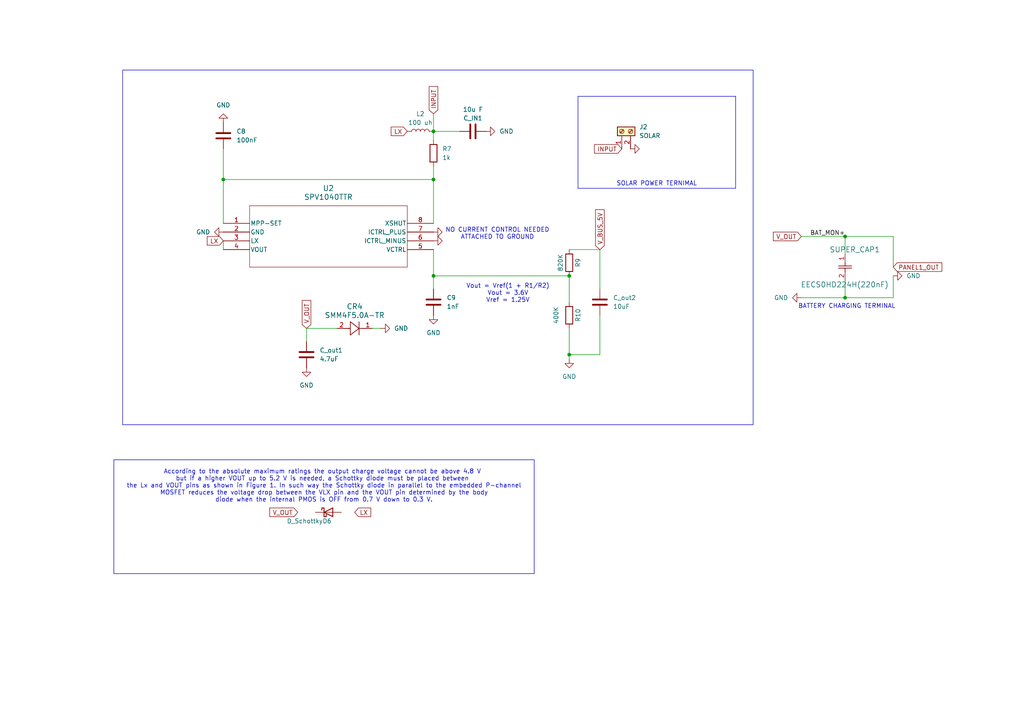
<source format=kicad_sch>
(kicad_sch (version 20231120) (generator "eeschema") (generator_version "8.0")
  (paper "A4")
  (title_block (title "SOLAR CHARGER") (date "V1") (company "TEAM ANANT") (comment 1 "BITS PILANI"))
  (lib_symbols
    (symbol "2024-06-07_14-27-39:SPV1040TTR" (pin_names (offset 0.254))
      (property "Reference" "U" (at 30.48 10.16 0))
      (property "Value" "SPV1040TTR" (at 30.48 7.62 0))
      (symbol "SPV1040TTR_0_1"
        (polyline (pts (xy 7.62 -12.7) (xy 53.34 -12.7)) (stroke (width 0.127)))
        (polyline (pts (xy 7.62 5.08) (xy 7.62 -12.7)) (stroke (width 0.127)))
        (polyline (pts (xy 53.34 -12.7) (xy 53.34 5.08)) (stroke (width 0.127)))
        (polyline (pts (xy 53.34 5.08) (xy 7.62 5.08)) (stroke (width 0.127)))
        (pin unspecified line (at 0 0 0) (length 7.62) (name "MPP-SET") (number "1"))
        (pin power_out line (at 0 -2.54 0) (length 7.62) (name "GND") (number "2"))
        (pin unspecified line (at 0 -5.08 0) (length 7.62) (name "LX") (number "3"))
        (pin output line (at 0 -7.62 0) (length 7.62) (name "VOUT") (number "4"))
        (pin unspecified line (at 60.96 -7.62 180) (length 7.62) (name "VCTRL") (number "5"))
        (pin unspecified line (at 60.96 -5.08 180) (length 7.62) (name "ICTRL_MINUS") (number "6"))
        (pin unspecified line (at 60.96 -2.54 180) (length 7.62) (name "ICTRL_PLUS") (number "7"))
        (pin unspecified line (at 60.96 0 180) (length 7.62) (name "XSHUT") (number "8"))
      )
    )
    (symbol "2024-06-08_06-57-05:super_capacitor" (pin_names (offset 0.254))
      (property "Reference" "SUPER_CAPACITOR" (at -1.27 10.16 90))
      (property "Value" "EECS0HD224H" (at 7.62 7.62 90))
      (symbol "super_capacitor_1_1"
        (polyline (pts (xy 2.54 0) (xy 3.4798 0)) (stroke (width 0.2032)))
        (polyline (pts (xy 3.4798 -1.905) (xy 3.4798 1.905)) (stroke (width 0.2032)))
        (polyline (pts (xy 4.1148 -1.905) (xy 4.1148 1.905)) (stroke (width 0.2032)))
        (polyline (pts (xy 4.1148 0) (xy 5.08 0)) (stroke (width 0.2032)))
        (pin passive line (at 0 0 0) (length 2.54) (name "") (number "1"))
        (pin passive line (at 7.62 0 180) (length 2.54) (name "") (number "2"))
      )
      (symbol "super_capacitor_1_2"
        (polyline (pts (xy -1.905 -4.1148) (xy 1.905 -4.1148)) (stroke (width 0.2032)))
        (polyline (pts (xy -1.905 -3.4798) (xy 1.905 -3.4798)) (stroke (width 0.2032)))
        (polyline (pts (xy 0 -4.1148) (xy 0 -5.08)) (stroke (width 0.2032)))
        (polyline (pts (xy 0 -2.54) (xy 0 -3.4798)) (stroke (width 0.2032)))
        (pin unspecified line (at 0 0 270) (length 2.54) (name "") (number "1"))
        (pin unspecified line (at 0 -7.62 90) (length 2.54) (name "") (number "2"))
      )
    )
    (symbol "Connector:Screw_Terminal_01x02" (pin_names (offset 1.016) hide)
      (property "Reference" "J" (at 0 2.54 0))
      (property "Value" "Screw_Terminal_01x02" (at 0 -5.08 0))
      (symbol "Screw_Terminal_01x02_1_1"
        (rectangle (start -1.27 1.27) (end 1.27 -3.81) (stroke (width 0.254)) (fill (type background)))
        (circle (center 0 -2.54) (radius 0.635) (stroke (width 0.1524)))
        (polyline (pts (xy -0.5334 -2.2098) (xy 0.3302 -3.048)) (stroke (width 0.1524)))
        (polyline (pts (xy -0.5334 0.3302) (xy 0.3302 -0.508)) (stroke (width 0.1524)))
        (polyline (pts (xy -0.3556 -2.032) (xy 0.508 -2.8702)) (stroke (width 0.1524)))
        (polyline (pts (xy -0.3556 0.508) (xy 0.508 -0.3302)) (stroke (width 0.1524)))
        (circle (center 0 0) (radius 0.635) (stroke (width 0.1524)))
        (pin passive line (at -5.08 0 0) (length 3.81) (name "Pin_1") (number "1"))
        (pin passive line (at -5.08 -2.54 0) (length 3.81) (name "Pin_2") (number "2"))
      )
    )
    (symbol "Device:C" (pin_numbers hide) (pin_names (offset 0.254))
      (property "Reference" "C" (at 0.635 2.54 0))
      (property "Value" "C" (at 0.635 -2.54 0))
      (symbol "C_0_1"
        (polyline (pts (xy -2.032 -0.762) (xy 2.032 -0.762)) (stroke (width 0.508)))
        (polyline (pts (xy -2.032 0.762) (xy 2.032 0.762)) (stroke (width 0.508)))
      )
      (symbol "C_1_1"
        (pin passive line (at 0 3.81 270) (length 2.794) (name "~") (number "1"))
        (pin passive line (at 0 -3.81 90) (length 2.794) (name "~") (number "2"))
      )
    )
    (symbol "Device:D_Schottky" (pin_numbers hide) (pin_names (offset 1.016) hide)
      (property "Reference" "D" (at 0 2.54 0))
      (property "Value" "D_Schottky" (at 0 -2.54 0))
      (symbol "D_Schottky_0_1"
        (polyline (pts (xy 1.27 0) (xy -1.27 0)))
        (polyline (pts (xy 1.27 1.27) (xy 1.27 -1.27) (xy -1.27 0) (xy 1.27 1.27)) (stroke (width 0.254)))
        (polyline (pts (xy -1.905 0.635) (xy -1.905 1.27) (xy -1.27 1.27) (xy -1.27 -1.27) (xy -0.635 -1.27) (xy -0.635 -0.635)) (stroke (width 0.254)))
      )
      (symbol "D_Schottky_1_1"
        (pin passive line (at -3.81 0 0) (length 2.54) (name "K") (number "1"))
        (pin passive line (at 3.81 0 180) (length 2.54) (name "A") (number "2"))
      )
    )
    (symbol "Device:L" (pin_numbers hide) (pin_names (offset 1.016) hide)
      (property "Reference" "L" (at -1.27 0 90))
      (property "Value" "L" (at 1.905 0 90))
      (symbol "L_0_1"
        (arc (start 0 -2.54) (mid 0.6323 -1.905) (end 0 -1.27))
        (arc (start 0 -1.27) (mid 0.6323 -0.635) (end 0 0))
        (arc (start 0 0) (mid 0.6323 0.635) (end 0 1.27))
        (arc (start 0 1.27) (mid 0.6323 1.905) (end 0 2.54))
      )
      (symbol "L_1_1"
        (pin passive line (at 0 3.81 270) (length 1.27) (name "1") (number "1"))
        (pin passive line (at 0 -3.81 90) (length 1.27) (name "2") (number "2"))
      )
    )
    (symbol "Device:R" (pin_numbers hide) (pin_names (offset 0))
      (property "Reference" "R" (at 2.032 0 90))
      (property "Value" "R" (at 0 0 90))
      (symbol "R_0_1"
        (rectangle (start -1.016 -2.54) (end 1.016 2.54) (stroke (width 0.254)))
      )
      (symbol "R_1_1"
        (pin passive line (at 0 3.81 270) (length 1.27) (name "~") (number "1"))
        (pin passive line (at 0 -3.81 90) (length 1.27) (name "~") (number "2"))
      )
    )
    (symbol "SMM4F5:SMM4F5.0A-TR" (pin_names (offset 0.254))
      (property "Reference" "CR" (at 5.08 4.445 0))
      (property "Value" "SMM4F5.0A-TR" (at 5.08 -3.81 0))
      (symbol "SMM4F5.0A-TR_0_1"
        (polyline (pts (xy 2.54 0) (xy 3.4798 0)) (stroke (width 0.2032)))
        (polyline (pts (xy 3.175 0) (xy 3.81 0)) (stroke (width 0.2032)))
        (polyline (pts (xy 3.81 -1.905) (xy 6.35 0)) (stroke (width 0.2032)))
        (polyline (pts (xy 3.81 1.905) (xy 3.81 -1.905)) (stroke (width 0.2032)))
        (polyline (pts (xy 6.35 -1.905) (xy 6.35 1.905)) (stroke (width 0.2032)))
        (polyline (pts (xy 6.35 0) (xy 3.81 1.905)) (stroke (width 0.2032)))
        (polyline (pts (xy 6.35 0) (xy 7.62 0)) (stroke (width 0.2032)))
        (pin unspecified line (at 10.16 0 180) (length 2.54) (name "") (number "1"))
        (pin unspecified line (at 0 0 0) (length 2.54) (name "") (number "2"))
      )
    )
    (symbol "power:GND" (power) (pin_numbers hide) (pin_names (offset 0) hide)
      (property "Value" "GND" (at 0 -3.81 0))
      (symbol "GND_0_1"
        (polyline (pts (xy 0 0) (xy 0 -1.27) (xy 1.27 -1.27) (xy 0 -2.54) (xy -1.27 -1.27) (xy 0 -1.27)))
      )
      (symbol "GND_1_1"
        (pin power_in line (at 0 0 270) (length 0) (name "~") (number "1"))
      )
    )
  )
  (junction (at 125.73 80.01))
  (junction (at 165.1 80.01))
  (junction (at 245.11 86.36))
  (junction (at 245.11 68.58))
  (junction (at 64.77 52.07))
  (junction (at 125.73 38.1))
  (junction (at 165.1 102.87))
  (junction (at 125.73 52.07))
  (wire (pts (xy 245.11 86.36) (xy 259.08 86.36)))
  (wire (pts (xy 125.73 52.07) (xy 64.77 52.07)))
  (wire (pts (xy 232.41 68.58) (xy 245.11 68.58)))
  (wire (pts (xy 259.08 80.01) (xy 259.08 86.36)))
  (wire (pts (xy 165.1 102.87) (xy 173.99 102.87)))
  (wire (pts (xy 245.11 81.28) (xy 245.11 86.36)))
  (wire (pts (xy 165.1 72.39) (xy 173.99 72.39)))
  (polyline (pts (xy 213.36 54.61) (xy 213.36 27.94)))
  (wire (pts (xy 125.73 80.01) (xy 125.73 83.82)))
  (wire (pts (xy 125.73 38.1) (xy 133.35 38.1)))
  (wire (pts (xy 245.11 73.66) (xy 245.11 68.58)))
  (wire (pts (xy 259.08 68.58) (xy 259.08 77.47)))
  (polyline (pts (xy 167.64 27.94) (xy 167.64 54.61)))
  (wire (pts (xy 165.1 95.25) (xy 165.1 102.87)))
  (wire (pts (xy 173.99 91.44) (xy 173.99 102.87)))
  (wire (pts (xy 232.41 86.36) (xy 245.11 86.36)))
  (wire (pts (xy 125.73 33.02) (xy 125.73 38.1)))
  (wire (pts (xy 125.73 38.1) (xy 125.73 40.64)))
  (wire (pts (xy 88.9 95.25) (xy 88.9 99.06)))
  (wire (pts (xy 165.1 80.01) (xy 165.1 87.63)))
  (wire (pts (xy 125.73 72.39) (xy 125.73 80.01)))
  (wire (pts (xy 173.99 72.39) (xy 173.99 83.82)))
  (polyline (pts (xy 167.64 54.61) (xy 213.36 54.61)))
  (polyline (pts (xy 167.64 27.94) (xy 213.36 27.94)))
  (wire (pts (xy 110.49 95.25) (xy 107.95 95.25)))
  (wire (pts (xy 125.73 52.07) (xy 125.73 64.77)))
  (wire (pts (xy 64.77 43.18) (xy 64.77 52.07)))
  (wire (pts (xy 64.77 69.85) (xy 64.77 72.39)))
  (wire (pts (xy 245.11 68.58) (xy 259.08 68.58)))
  (wire (pts (xy 64.77 52.07) (xy 64.77 64.77)))
  (wire (pts (xy 88.9 95.25) (xy 97.79 95.25)))
  (wire (pts (xy 165.1 102.87) (xy 165.1 104.14)))
  (wire (pts (xy 125.73 80.01) (xy 165.1 80.01)))
  (wire (pts (xy 125.73 48.26) (xy 125.73 52.07)))
  (rectangle (start 35.56 20.32) (end 218.44 123.19))
  (rectangle (start 33.02 133.35) (end 154.94 166.37))
  (text "Vout = Vref(1 + R1/R2)\nVout = 3.6V\nVref = 1.25V" (at 147.32 85.09 0) (effects (font (size 1.27 1.27))))
  (text "BATTERY CHARGING TERMINAL\n" (at 245.618 88.9 0) (effects (font (size 1.27 1.27))))
  (text "NO CURRENT CONTROL NEEDED\nATTACHED TO GROUND\n" (at 144.272 67.818 0) (effects (font (size 1.27 1.27))))
  (text "SOLAR POWER TERNIMAL\n" (at 190.5 53.34 0) (effects (font (size 1.27 1.27))))
  (text "According to the absolute maximum ratings the output charge voltage cannot be above 4.8 V \nbut if a higher VOUT up to 5.2 V is needed, a Schottky diode must be placed between \nthe Lx and VOUT pins as shown in Figure 1. In such way the Schottky diode in parallel to the embedded P-channel\n MOSFET reduces the voltage drop between the VLX pin and the VOUT pin determined by the body \ndiode when the internal PMOS is OFF from 0.7 V down to 0.3 V." (at 93.98 140.97 0) (effects (font (size 1.27 1.27))))
  (label "BAT_MON+" (at 234.95 68.58 0))
  (global_label "LX" (shape input) (at 102.87 148.59 0) (property "Intersheetrefs" "${INTERSHEET_REFS}" (effects (hide yes))))
  (global_label "V_BUS_5V" (shape input) (at 173.99 72.39 90) (property "Intersheetrefs" "${INTERSHEET_REFS}" (effects (hide yes))))
  (global_label "V_OUT" (shape input) (at 88.9 95.25 90) (property "Intersheetrefs" "${INTERSHEET_REFS}" (effects (hide yes))))
  (global_label "PANEL1_OUT" (shape input) (at 259.08 77.47 0) (property "Intersheetrefs" "${INTERSHEET_REFS}" (effects (hide yes))))
  (global_label "INPUT" (shape input) (at 180.34 43.18 180) (property "Intersheetrefs" "${INTERSHEET_REFS}" (effects (hide yes))))
  (global_label "LX" (shape input) (at 64.77 69.85 180) (property "Intersheetrefs" "${INTERSHEET_REFS}" (effects (hide yes))))
  (global_label "V_OUT" (shape input) (at 86.36 148.59 180) (property "Intersheetrefs" "${INTERSHEET_REFS}" (effects (hide yes))))
  (global_label "V_OUT" (shape input) (at 232.41 68.58 180) (property "Intersheetrefs" "${INTERSHEET_REFS}" (effects (hide yes))))
  (global_label "INPUT" (shape input) (at 125.73 33.02 90) (property "Intersheetrefs" "${INTERSHEET_REFS}" (effects (hide yes))))
  (global_label "LX" (shape input) (at 118.11 38.1 180) (property "Intersheetrefs" "${INTERSHEET_REFS}" (effects (hide yes))))
  (symbol (lib_id "2024-06-08_06-57-05:super_capacitor") (at 245.11 73.66 270) (unit 1)
    (property "Reference" "SUPER_CAP1" (at 255.27 72.39 90) (effects (font (size 1.524 1.524)) (justify right)))
    (property "Value" "EECS0HD224H(220nF)" (at 257.81 82.55 90) (effects (font (size 1.524 1.524)) (justify right)))
    (property "Footprint" "SPV1040T:CAP_EECS0_H_PAN" (effects (hide yes)))
    (property "Datasheet" "EECS0HD224H" (effects (hide yes)))
  )
  (symbol (lib_id "Device:C") (at 88.9 102.87 180) (unit 1)
    (property "Reference" "C_out1" (at 92.71 101.5999 0) (effects (justify right)))
    (property "Value" "4.7uF" (at 92.71 104.1399 0) (effects (justify right)))
    (property "Footprint" "Capacitor_SMD:C_0603_1608Metric" (effects (hide yes)))
    (property "Description" "Unpolarized capacitor" (effects (hide yes)))
  )
  (symbol (lib_id "power:GND") (at 232.41 86.36 270) (unit 1)
    (property "Reference" "#PWR016" (effects (hide yes)))
    (property "Value" "GND" (at 228.6 86.3599 90) (effects (justify right)))
    (property "Description" "Power symbol creates a global label with name \"GND\" , ground" (effects (hide yes)))
  )
  (symbol (lib_id "power:GND") (at 88.9 106.68 0) (unit 1)
    (property "Reference" "#PWR07" (effects (hide yes)))
    (property "Value" "GND" (at 88.9 111.76 0))
    (property "Description" "Power symbol creates a global label with name \"GND\" , ground" (effects (hide yes)))
  )
  (symbol (lib_id "Device:C") (at 64.77 39.37 0) (unit 1)
    (property "Reference" "C8" (at 68.58 38.0999 0) (effects (justify left)))
    (property "Value" "100nF" (at 68.58 40.6399 0) (effects (justify left)))
    (property "Footprint" "Capacitor_SMD:C_0603_1608Metric" (effects (hide yes)))
    (property "Description" "Unpolarized capacitor" (effects (hide yes)))
  )
  (symbol (lib_id "Device:R") (at 165.1 76.2 180) (unit 1)
    (property "Reference" "R9" (at 167.64 76.2 90))
    (property "Value" "820K" (at 162.56 76.2 90))
    (property "Footprint" "Resistor_SMD:R_0603_1608Metric" (effects (hide yes)))
    (property "Description" "Resistor" (effects (hide yes)))
  )
  (symbol (lib_id "power:GND") (at 125.73 67.31 90) (unit 1)
    (property "Reference" "#PWR010" (effects (hide yes)))
    (property "Value" "GND" (effects (hide yes)))
    (property "Description" "Power symbol creates a global label with name \"GND\" , ground" (effects (hide yes)))
  )
  (symbol (lib_id "Device:C") (at 125.73 87.63 0) (unit 1)
    (property "Reference" "C9" (at 129.54 86.3599 0) (effects (justify left)))
    (property "Value" "1nF" (at 129.54 88.8999 0) (effects (justify left)))
    (property "Footprint" "Capacitor_SMD:C_0603_1608Metric" (effects (hide yes)))
    (property "Description" "Unpolarized capacitor" (effects (hide yes)))
  )
  (symbol (lib_id "Device:R") (at 165.1 91.44 180) (unit 1)
    (property "Reference" "R10" (at 167.64 91.44 90))
    (property "Value" "400K" (at 161.29 91.44 90))
    (property "Footprint" "Resistor_SMD:R_0603_1608Metric" (effects (hide yes)))
    (property "Description" "Resistor" (effects (hide yes)))
  )
  (symbol (lib_id "Device:C") (at 173.99 87.63 0) (unit 1)
    (property "Reference" "C_out2" (at 177.8 86.3599 0) (effects (justify left)))
    (property "Value" "10uF" (at 177.8 88.8999 0) (effects (justify left)))
    (property "Footprint" "Capacitor_SMD:C_0603_1608Metric" (effects (hide yes)))
    (property "Description" "Unpolarized capacitor" (effects (hide yes)))
  )
  (symbol (lib_id "power:GND") (at 259.08 80.01 90) (unit 1)
    (property "Reference" "#PWR017" (effects (hide yes)))
    (property "Value" "GND" (at 262.89 80.0099 90) (effects (justify right)))
    (property "Description" "Power symbol creates a global label with name \"GND\" , ground" (effects (hide yes)))
  )
  (symbol (lib_id "power:GND") (at 125.73 91.44 0) (unit 1)
    (property "Reference" "#PWR012" (effects (hide yes)))
    (property "Value" "GND" (at 125.73 96.52 0))
    (property "Description" "Power symbol creates a global label with name \"GND\" , ground" (effects (hide yes)))
  )
  (symbol (lib_id "Device:C") (at 137.16 38.1 90) (unit 1)
    (property "Reference" "C_IN1" (at 137.16 34.29 90))
    (property "Value" "10u F" (at 137.16 31.75 90))
    (property "Footprint" "Capacitor_SMD:C_0603_1608Metric" (effects (hide yes)))
    (property "Description" "Unpolarized capacitor" (effects (hide yes)))
  )
  (symbol (lib_id "Device:D_Schottky") (at 95.25 148.59 0) (unit 1)
    (property "Reference" "D6" (at 96.2026 151.13 0) (effects (justify right)))
    (property "Value" "D_Schottky" (at 93.6626 151.13 0) (effects (justify right)))
    (property "Description" "Schottky diode" (effects (hide yes)))
  )
  (symbol (lib_id "power:GND") (at 182.88 43.18 90) (unit 1)
    (property "Reference" "#PWR018" (effects (hide yes)))
    (property "Value" "GND" (effects (hide yes)))
    (property "Description" "Power symbol creates a global label with name \"GND\" , ground" (effects (hide yes)))
  )
  (symbol (lib_id "power:GND") (at 64.77 35.56 180) (unit 1)
    (property "Reference" "#PWR08" (effects (hide yes)))
    (property "Value" "GND" (at 64.77 30.48 0))
    (property "Description" "Power symbol creates a global label with name \"GND\" , ground" (effects (hide yes)))
  )
  (symbol (lib_id "2024-06-07_14-27-39:SPV1040TTR") (at 64.77 64.77 0) (unit 1)
    (property "Reference" "U2" (at 95.25 54.61 0) (effects (font (size 1.524 1.524))))
    (property "Value" "SPV1040TTR" (at 95.25 57.15 0) (effects (font (size 1.524 1.524))))
    (property "Footprint" "SPV1040:SOP65P640X120-8N" (effects (hide yes)))
    (property "Datasheet" "SPV1040TTR" (effects (hide yes)))
  )
  (symbol (lib_id "power:GND") (at 165.1 104.14 0) (unit 1)
    (property "Reference" "#PWR015" (effects (hide yes)))
    (property "Value" "GND" (at 165.1 109.22 0))
    (property "Description" "Power symbol creates a global label with name \"GND\" , ground" (effects (hide yes)))
  )
  (symbol (lib_id "Device:L") (at 121.92 38.1 90) (unit 1)
    (property "Reference" "L2" (at 121.92 33.02 90))
    (property "Value" "100 uh" (at 121.92 35.56 90))
    (property "Footprint" "Inductor_SMD:L_Coilcraft_XAL6060-XXX" (effects (hide yes)))
    (property "Description" "Inductor" (effects (hide yes)))
  )
  (symbol (lib_id "Device:R") (at 125.73 44.45 0) (unit 1)
    (property "Reference" "R7" (at 128.27 43.1799 0) (effects (justify left)))
    (property "Value" "1k" (at 128.27 45.7199 0) (effects (justify left)))
    (property "Footprint" "Resistor_SMD:R_0603_1608Metric" (effects (hide yes)))
    (property "Description" "Resistor" (effects (hide yes)))
  )
  (symbol (lib_id "Connector:Screw_Terminal_01x02") (at 180.34 38.1 90) (unit 1)
    (property "Reference" "J2" (at 185.42 36.8299 90) (effects (justify right)))
    (property "Value" "SOLAR" (at 185.42 39.3699 90) (effects (justify right)))
    (property "Footprint" "TerminalBlock_Phoenix:TerminalBlock_Phoenix_PT-1,5-2-5.0-H_1x02_P5.00mm_Horizontal" (effects (hide yes)))
    (property "Description" "Generic screw terminal, single row, 01x02, script generated (kicad-library-utils/schlib/autogen/connector/)" (effects (hide yes)))
  )
  (symbol (lib_id "SMM4F5:SMM4F5.0A-TR") (at 97.79 95.25 0) (unit 1)
    (property "Reference" "CR4" (at 102.87 88.9 0) (effects (font (size 1.524 1.524))))
    (property "Value" "SMM4F5.0A-TR" (at 102.87 91.44 0) (effects (font (size 1.524 1.524))))
    (property "Footprint" "CR_F5.0A-TR_STM" (effects (hide yes)))
    (property "Datasheet" "SMM4F5.0A-TR" (effects (hide yes)))
  )
  (symbol (lib_id "power:GND") (at 110.49 95.25 90) (unit 1)
    (property "Reference" "#PWR011" (effects (hide yes)))
    (property "Value" "GND" (at 114.3 95.2499 90) (effects (justify right)))
    (property "Description" "Power symbol creates a global label with name \"GND\" , ground" (effects (hide yes)))
  )
  (symbol (lib_id "power:GND") (at 140.97 38.1 90) (unit 1)
    (property "Reference" "#PWR013" (effects (hide yes)))
    (property "Value" "GND" (at 144.8433 38.0999 90) (effects (justify right)))
    (property "Description" "Power symbol creates a global label with name \"GND\" , ground" (effects (hide yes)))
  )
  (symbol (lib_id "power:GND") (at 125.73 69.85 90) (unit 1)
    (property "Reference" "#PWR014" (effects (hide yes)))
    (property "Value" "GND" (effects (hide yes)))
    (property "Description" "Power symbol creates a global label with name \"GND\" , ground" (effects (hide yes)))
  )
  (symbol (lib_id "power:GND") (at 64.77 67.31 270) (unit 1)
    (property "Reference" "#PWR09" (effects (hide yes)))
    (property "Value" "GND" (at 60.96 67.3099 90) (effects (justify right)))
    (property "Description" "Power symbol creates a global label with name \"GND\" , ground" (effects (hide yes)))
  )
)
</source>
